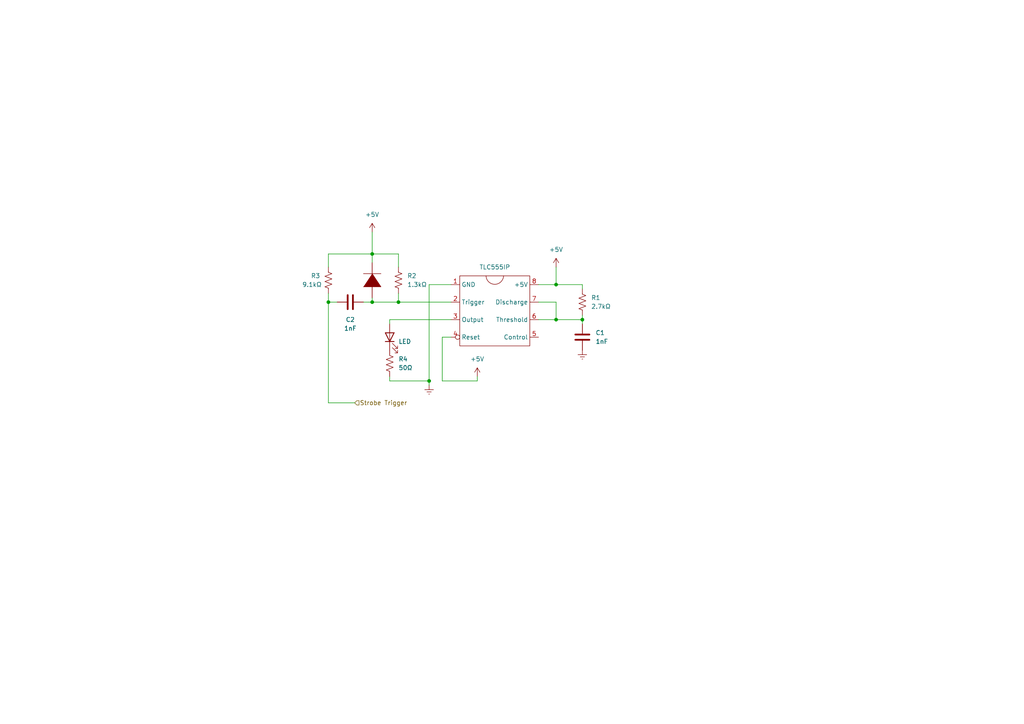
<source format=kicad_sch>
(kicad_sch (version 20211123) (generator eeschema)
  (paper "A4")
  (lib_symbols
    (symbol "Device:C" (pin_numbers hide) (pin_names (offset 0.254))
      (property "Reference" "C" (at 0.635 2.54 0))
      (property "Value" "C" (at 0.635 -2.54 0))
      (symbol "C_0_1"
        (polyline (pts (xy -2.032 -0.762) (xy 2.032 -0.762)) (stroke (width 0.508)))
        (polyline (pts (xy -2.032 0.762) (xy 2.032 0.762)) (stroke (width 0.508)))
      )
      (symbol "C_1_1"
        (pin passive line (at 0 3.81 270) (length 2.794) (name "~") (number "1"))
        (pin passive line (at 0 -3.81 90) (length 2.794) (name "~") (number "2"))
      )
    )
    (symbol "Device:LED" (pin_numbers hide) (pin_names (offset 1.016) hide)
      (property "Reference" "D" (at 0 2.54 0))
      (property "Value" "LED" (at 0 -2.54 0))
      (symbol "LED_0_1"
        (polyline (pts (xy -1.27 -1.27) (xy -1.27 1.27)) (stroke (width 0.254)))
        (polyline (pts (xy -1.27 0) (xy 1.27 0)))
        (polyline (pts (xy 1.27 -1.27) (xy 1.27 1.27) (xy -1.27 0) (xy 1.27 -1.27)) (stroke (width 0.254)))
        (polyline (pts (xy -3.048 -0.762) (xy -4.572 -2.286) (xy -3.81 -2.286) (xy -4.572 -2.286) (xy -4.572 -1.524)))
        (polyline (pts (xy -1.778 -0.762) (xy -3.302 -2.286) (xy -2.54 -2.286) (xy -3.302 -2.286) (xy -3.302 -1.524)))
      )
      (symbol "LED_1_1"
        (pin passive line (at -3.81 0 0) (length 2.54) (name "K") (number "1"))
        (pin passive line (at 3.81 0 180) (length 2.54) (name "A") (number "2"))
      )
    )
    (symbol "Device:R_US" (pin_numbers hide) (pin_names (offset 0))
      (property "Reference" "R" (at 2.54 0 90))
      (property "Value" "R_US" (at -2.54 0 90))
      (symbol "R_US_0_1"
        (polyline (pts (xy 0 -2.286) (xy 0 -2.54)))
        (polyline (pts (xy 0 2.286) (xy 0 2.54)))
        (polyline (pts (xy 0 -0.762) (xy 1.016 -1.143) (xy 0 -1.524) (xy -1.016 -1.905) (xy 0 -2.286)))
        (polyline (pts (xy 0 0.762) (xy 1.016 0.381) (xy 0 0) (xy -1.016 -0.381) (xy 0 -0.762)))
        (polyline (pts (xy 0 2.286) (xy 1.016 1.905) (xy 0 1.524) (xy -1.016 1.143) (xy 0 0.762)))
      )
      (symbol "R_US_1_1"
        (pin passive line (at 0 3.81 270) (length 1.27) (name "~") (number "1"))
        (pin passive line (at 0 -3.81 90) (length 1.27) (name "~") (number "2"))
      )
    )
    (symbol "EGR_270:TLC555IP"
      (property "Reference" "U" (at 0 -8.89 0))
      (property "Value" "TLC555IP" (at 0 0 90))
      (symbol "TLC555IP_0_1"
        (rectangle (start -10.16 10.16) (end 10.16 -10.16))
        (arc (start -2.54 10.16) (mid 0 7.7112) (end 2.54 10.16))
      )
      (symbol "TLC555IP_1_1"
        (pin power_out line (at -12.7 7.62 0) (length 2.54) (name "GND") (number "1"))
        (pin input line (at -12.7 2.54 0) (length 2.54) (name "Trigger") (number "2"))
        (pin output line (at -12.7 -2.54 0) (length 2.54) (name "Output") (number "3"))
        (pin input inverted (at -12.7 -7.62 0) (length 2.54) (name "Reset") (number "4"))
        (pin input line (at 12.7 -7.62 180) (length 2.54) (name "Control") (number "5"))
        (pin input line (at 12.7 -2.54 180) (length 2.54) (name "Threshold") (number "6"))
        (pin input line (at 12.7 2.54 180) (length 2.54) (name "Discharge") (number "7"))
        (pin power_in line (at 12.7 7.62 180) (length 2.54) (name "+5V") (number "8"))
      )
    )
    (symbol "power:+5V" (power) (pin_names (offset 0))
      (property "Value" "+5V" (at 0 3.556 0))
      (symbol "+5V_0_1"
        (polyline (pts (xy -0.762 1.27) (xy 0 2.54)))
        (polyline (pts (xy 0 0) (xy 0 2.54)))
        (polyline (pts (xy 0 2.54) (xy 0.762 1.27)))
      )
      (symbol "+5V_1_1"
        (pin power_in line (at 0 0 90) (length 0) hide (name "+5V") (number "1"))
      )
    )
    (symbol "power:Earth" (power) (pin_names (offset 0))
      (symbol "Earth_0_1"
        (polyline (pts (xy -0.635 -1.905) (xy 0.635 -1.905)))
        (polyline (pts (xy -0.127 -2.54) (xy 0.127 -2.54)))
        (polyline (pts (xy 0 -1.27) (xy 0 0)))
        (polyline (pts (xy 1.27 -1.27) (xy -1.27 -1.27)))
      )
      (symbol "Earth_1_1"
        (pin power_in line (at 0 0 270) (length 0) hide (name "Earth") (number "1"))
      )
    )
    (symbol "pspice:DIODE" (pin_numbers hide) (pin_names (offset 1.016) hide)
      (property "Reference" "D" (at 0 3.81 0))
      (property "Value" "DIODE" (at 0 -4.445 0))
      (symbol "DIODE_0_1"
        (polyline (pts (xy 1.905 2.54) (xy 1.905 -2.54)))
        (polyline (pts (xy -1.905 2.54) (xy -1.905 -2.54) (xy 1.905 0)) (fill (type outline)))
      )
      (symbol "DIODE_1_1"
        (pin input line (at -5.08 0 0) (length 3.81) (name "K") (number "1"))
        (pin input line (at 5.08 0 180) (length 3.81) (name "A") (number "2"))
      )
    )
  )
  (junction (at 161.29 82.55))
  (junction (at 107.95 87.63))
  (junction (at 95.25 87.63))
  (junction (at 115.57 87.63))
  (junction (at 161.29 92.71))
  (junction (at 168.91 92.71))
  (junction (at 124.46 110.49))
  (junction (at 107.95 73.66))
  (wire (pts (xy 161.29 92.71) (xy 168.91 92.71)))
  (wire (pts (xy 95.25 87.63) (xy 95.25 116.84)))
  (wire (pts (xy 130.81 82.55) (xy 124.46 82.55)))
  (wire (pts (xy 107.95 73.66) (xy 107.95 76.2)))
  (wire (pts (xy 115.57 73.66) (xy 107.95 73.66)))
  (wire (pts (xy 107.95 86.36) (xy 107.95 87.63)))
  (wire (pts (xy 95.25 87.63) (xy 97.79 87.63)))
  (wire (pts (xy 95.25 73.66) (xy 107.95 73.66)))
  (wire (pts (xy 113.03 109.22) (xy 113.03 110.49)))
  (wire (pts (xy 156.21 92.71) (xy 161.29 92.71)))
  (wire (pts (xy 138.43 110.49) (xy 128.27 110.49)))
  (wire (pts (xy 161.29 77.47) (xy 161.29 82.55)))
  (wire (pts (xy 128.27 110.49) (xy 128.27 97.79)))
  (wire (pts (xy 168.91 91.44) (xy 168.91 92.71)))
  (wire (pts (xy 161.29 82.55) (xy 168.91 82.55)))
  (wire (pts (xy 168.91 82.55) (xy 168.91 83.82)))
  (wire (pts (xy 161.29 87.63) (xy 161.29 92.71)))
  (wire (pts (xy 130.81 87.63) (xy 115.57 87.63)))
  (wire (pts (xy 128.27 97.79) (xy 130.81 97.79)))
  (wire (pts (xy 113.03 110.49) (xy 124.46 110.49)))
  (wire (pts (xy 95.25 85.09) (xy 95.25 87.63)))
  (wire (pts (xy 107.95 67.31) (xy 107.95 73.66)))
  (wire (pts (xy 95.25 77.47) (xy 95.25 73.66)))
  (wire (pts (xy 115.57 87.63) (xy 115.57 85.09)))
  (wire (pts (xy 105.41 87.63) (xy 107.95 87.63)))
  (wire (pts (xy 124.46 82.55) (xy 124.46 110.49)))
  (wire (pts (xy 168.91 92.71) (xy 168.91 93.98)))
  (wire (pts (xy 156.21 87.63) (xy 161.29 87.63)))
  (wire (pts (xy 156.21 82.55) (xy 161.29 82.55)))
  (wire (pts (xy 115.57 77.47) (xy 115.57 73.66)))
  (wire (pts (xy 130.81 92.71) (xy 113.03 92.71)))
  (wire (pts (xy 95.25 116.84) (xy 102.87 116.84)))
  (wire (pts (xy 124.46 111.76) (xy 124.46 110.49)))
  (wire (pts (xy 138.43 109.22) (xy 138.43 110.49)))
  (wire (pts (xy 115.57 87.63) (xy 107.95 87.63)))
  (wire (pts (xy 113.03 92.71) (xy 113.03 93.98)))
  (hierarchical_label "Strobe Trigger" (shape input) (at 102.87 116.84 0))
  (symbol (lib_id "power:+5V") (at 107.95 67.31 0) (unit 1)
    (property "Reference" "#PWR?" (effects hide))
    (property "Value" "+5V" (at 107.95 62.23 0))
  )
  (symbol (lib_id "Device:R_US") (at 168.91 87.63 0) (unit 1)
    (property "Reference" "R1" (at 171.45 86.3599 0) (effects (justify left)))
    (property "Value" "2.7kΩ" (at 171.45 88.8999 0) (effects (justify left)))
  )
  (symbol (lib_id "Device:C") (at 168.91 97.79 0) (unit 1)
    (property "Reference" "C1" (at 172.72 96.5199 0) (effects (justify left)))
    (property "Value" "1nF" (at 172.72 99.0599 0) (effects (justify left)))
  )
  (symbol (lib_id "Device:LED") (at 113.03 97.79 90) (unit 1)
    (property "Reference" "D?" (effects hide))
    (property "Value" "LED" (at 115.57 99.06 90) (effects (justify right)))
  )
  (symbol (lib_id "power:+5V") (at 138.43 109.22 0) (unit 1)
    (property "Reference" "#PWR?" (effects hide))
    (property "Value" "+5V" (at 138.43 104.14 0))
  )
  (symbol (lib_id "Device:R_US") (at 115.57 81.28 0) (unit 1)
    (property "Reference" "R2" (at 118.11 80.0099 0) (effects (justify left)))
    (property "Value" "1.3kΩ" (at 118.11 82.5499 0) (effects (justify left)))
  )
  (symbol (lib_id "Device:R_US") (at 95.25 81.28 0) (unit 1)
    (property "Reference" "R3" (at 90.17 80.01 0) (effects (justify left)))
    (property "Value" "9.1kΩ" (at 87.63 82.55 0) (effects (justify left)))
  )
  (symbol (lib_id "EGR_270:TLC555IP") (at 143.51 90.17 0) (unit 1)
    (property "Reference" "U?" (effects hide))
    (property "Value" "TLC555IP" (at 143.51 77.47 0))
  )
  (symbol (lib_id "power:+5V") (at 161.29 77.47 0) (unit 1)
    (property "Reference" "#PWR?" (effects hide))
    (property "Value" "+5V" (at 161.29 72.39 0))
  )
  (symbol (lib_id "power:Earth") (at 168.91 101.6 0) (unit 1)
    (property "Reference" "#PWR?" (effects hide))
    (property "Value" "Earth" (effects hide))
  )
  (symbol (lib_id "Device:R_US") (at 113.03 105.41 0) (unit 1)
    (property "Reference" "R4" (at 115.57 104.1399 0) (effects (justify left)))
    (property "Value" "50Ω" (at 115.57 106.6799 0) (effects (justify left)))
  )
  (symbol (lib_id "power:Earth") (at 124.46 111.76 0) (unit 1)
    (property "Reference" "#PWR?" (effects hide))
    (property "Value" "Earth" (effects hide))
  )
  (symbol (lib_id "pspice:DIODE") (at 107.95 81.28 90) (unit 1)
    (property "Reference" "D?" (effects hide))
    (property "Value" "DIODE" (effects hide))
  )
  (symbol (lib_id "Device:C") (at 101.6 87.63 90) (unit 1)
    (property "Reference" "1nF" (at 101.6 95.25 90))
    (property "Value" "C2" (at 101.6 92.71 90))
  )
)
</source>
